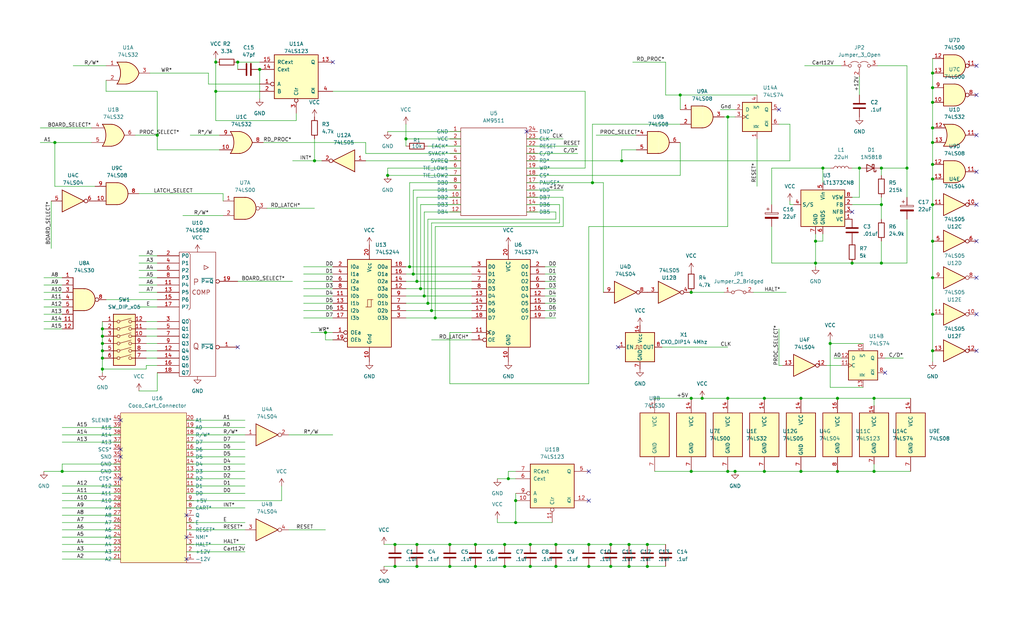
<source format=kicad_sch>
(kicad_sch (version 20211123) (generator eeschema)
  (paper "USLegal")
  (junction (at 35.56 128.27))
  (junction (at 283.21 83.82))
  (junction (at 252.73 163.83))
  (junction (at 288.29 119.38))
  (junction (at 143.51 95.25))
  (junction (at 175.26 196.85))
  (junction (at 243.84 138.43))
  (junction (at 295.91 91.44))
  (junction (at 179.07 181.61))
  (junction (at 290.83 138.43))
  (junction (at 306.07 91.44))
  (junction (at 314.96 58.42))
  (junction (at 240.03 138.43))
  (junction (at 306.07 71.12))
  (junction (at 290.83 163.83))
  (junction (at 35.56 116.84))
  (junction (at 179.07 173.99))
  (junction (at 298.45 58.42))
  (junction (at 137.16 196.85))
  (junction (at 148.59 105.41))
  (junction (at 323.85 71.12))
  (junction (at 283.21 91.44))
  (junction (at 323.85 57.15))
  (junction (at 323.85 109.22))
  (junction (at 236.22 33.02))
  (junction (at 140.97 48.26))
  (junction (at 212.09 196.85))
  (junction (at 224.79 196.85))
  (junction (at 144.78 196.85))
  (junction (at 149.86 107.95))
  (junction (at 109.22 55.88))
  (junction (at 323.85 83.82))
  (junction (at 215.9 55.88))
  (junction (at 142.24 92.71))
  (junction (at 255.27 163.83))
  (junction (at 218.44 189.23))
  (junction (at 323.85 30.48))
  (junction (at 147.32 102.87))
  (junction (at 323.85 49.53))
  (junction (at 265.43 138.43))
  (junction (at 278.13 138.43))
  (junction (at 165.1 196.85))
  (junction (at 184.15 196.85))
  (junction (at 218.44 196.85))
  (junction (at 144.78 189.23))
  (junction (at 240.03 163.83))
  (junction (at 54.61 46.99))
  (junction (at 204.47 196.85))
  (junction (at 82.55 21.59))
  (junction (at 176.53 166.37))
  (junction (at 165.1 189.23))
  (junction (at 184.15 189.23))
  (junction (at 146.05 100.33))
  (junction (at 323.85 62.23))
  (junction (at 156.21 189.23))
  (junction (at 35.56 121.92))
  (junction (at 175.26 189.23))
  (junction (at 323.85 96.52))
  (junction (at 265.43 163.83))
  (junction (at 323.85 35.56))
  (junction (at 205.74 63.5))
  (junction (at 224.79 189.23))
  (junction (at 193.04 196.85))
  (junction (at 252.73 138.43))
  (junction (at 323.85 44.45))
  (junction (at 137.16 189.23))
  (junction (at 156.21 196.85))
  (junction (at 35.56 119.38))
  (junction (at 204.47 189.23))
  (junction (at 278.13 163.83))
  (junction (at 144.78 97.79))
  (junction (at 35.56 114.3))
  (junction (at 285.75 58.42))
  (junction (at 323.85 25.4))
  (junction (at 212.09 189.23))
  (junction (at 74.93 31.75))
  (junction (at 252.73 40.64))
  (junction (at 113.03 115.57))
  (junction (at 323.85 121.92))
  (junction (at 90.17 24.13))
  (junction (at 303.53 138.43))
  (junction (at 19.05 49.53))
  (junction (at 151.13 110.49))
  (junction (at 306.07 58.42))
  (junction (at 134.62 60.96))
  (junction (at 74.93 21.59))
  (junction (at 193.04 189.23))
  (junction (at 35.56 124.46))
  (junction (at 21.59 163.83))
  (junction (at 303.53 163.83))
  (junction (at 240.03 101.6))
  (no_connect (at 339.09 59.69))
  (no_connect (at 82.55 120.65))
  (no_connect (at 214.63 120.65))
  (no_connect (at 339.09 109.22))
  (no_connect (at 339.09 46.99))
  (no_connect (at 41.91 158.75))
  (no_connect (at 339.09 71.12))
  (no_connect (at 64.77 194.31))
  (no_connect (at 339.09 33.02))
  (no_connect (at 270.51 38.1))
  (no_connect (at 64.77 186.69))
  (no_connect (at 64.77 179.07))
  (no_connect (at 41.91 166.37))
  (no_connect (at 41.91 146.05))
  (no_connect (at 115.57 21.59))
  (no_connect (at 204.47 163.83))
  (no_connect (at 295.91 73.66))
  (no_connect (at 339.09 96.52))
  (no_connect (at 339.09 83.82))
  (no_connect (at 182.88 45.72))
  (no_connect (at 41.91 156.21))
  (no_connect (at 204.47 173.99))
  (no_connect (at 339.09 121.92))
  (no_connect (at 339.09 22.86))
  (no_connect (at 307.34 129.54))
  (wire (pts (xy 323.85 62.23) (xy 323.85 71.12)))
  (wire (pts (xy 323.85 57.15) (xy 323.85 62.23)))
  (wire (pts (xy 21.59 161.29) (xy 41.91 161.29)))
  (wire (pts (xy 271.78 127) (xy 270.51 127)))
  (wire (pts (xy 323.85 83.82) (xy 323.85 96.52)))
  (wire (pts (xy 289.56 124.46) (xy 292.1 124.46)))
  (wire (pts (xy 270.51 43.18) (xy 274.32 43.18)))
  (wire (pts (xy 21.59 163.83) (xy 41.91 163.83)))
  (wire (pts (xy 142.24 92.71) (xy 163.83 92.71)))
  (wire (pts (xy 105.41 95.25) (xy 115.57 95.25)))
  (wire (pts (xy 64.77 171.45) (xy 85.09 171.45)))
  (wire (pts (xy 218.44 196.85) (xy 224.79 196.85)))
  (wire (pts (xy 148.59 50.8) (xy 160.02 50.8)))
  (wire (pts (xy 48.26 106.68) (xy 54.61 106.68)))
  (wire (pts (xy 156.21 133.35) (xy 156.21 115.57)))
  (wire (pts (xy 148.59 76.2) (xy 148.59 105.41)))
  (wire (pts (xy 15.24 163.83) (xy 21.59 163.83)))
  (wire (pts (xy 105.41 105.41) (xy 115.57 105.41)))
  (wire (pts (xy 21.59 176.53) (xy 41.91 176.53)))
  (wire (pts (xy 265.43 138.43) (xy 278.13 138.43)))
  (wire (pts (xy 149.86 77.47) (xy 194.31 77.47)))
  (wire (pts (xy 240.03 138.43) (xy 243.84 138.43)))
  (wire (pts (xy 109.22 55.88) (xy 111.76 55.88)))
  (wire (pts (xy 36.83 31.75) (xy 54.61 31.75)))
  (wire (pts (xy 283.21 91.44) (xy 283.21 92.71)))
  (wire (pts (xy 48.26 99.06) (xy 54.61 99.06)))
  (wire (pts (xy 189.23 95.25) (xy 193.04 95.25)))
  (wire (pts (xy 184.15 189.23) (xy 193.04 189.23)))
  (wire (pts (xy 193.04 73.66) (xy 193.04 76.2)))
  (wire (pts (xy 21.59 179.07) (xy 41.91 179.07)))
  (wire (pts (xy 172.72 181.61) (xy 179.07 181.61)))
  (wire (pts (xy 137.16 196.85) (xy 144.78 196.85)))
  (wire (pts (xy 182.88 53.34) (xy 200.66 53.34)))
  (wire (pts (xy 36.83 27.94) (xy 36.83 31.75)))
  (wire (pts (xy 137.16 189.23) (xy 133.35 189.23)))
  (wire (pts (xy 144.78 196.85) (xy 156.21 196.85)))
  (wire (pts (xy 66.04 46.99) (xy 76.2 46.99)))
  (wire (pts (xy 236.22 60.96) (xy 236.22 49.53)))
  (wire (pts (xy 182.88 66.04) (xy 195.58 66.04)))
  (wire (pts (xy 290.83 163.83) (xy 303.53 163.83)))
  (wire (pts (xy 15.24 106.68) (xy 21.59 106.68)))
  (wire (pts (xy 283.21 83.82) (xy 285.75 83.82)))
  (wire (pts (xy 50.8 114.3) (xy 54.61 114.3)))
  (wire (pts (xy 204.47 78.74) (xy 204.47 133.35)))
  (wire (pts (xy 143.51 66.04) (xy 143.51 95.25)))
  (wire (pts (xy 193.04 196.85) (xy 204.47 196.85)))
  (wire (pts (xy 54.61 127) (xy 50.8 127)))
  (wire (pts (xy 189.23 107.95) (xy 193.04 107.95)))
  (wire (pts (xy 127 49.53) (xy 91.44 49.53)))
  (wire (pts (xy 21.59 173.99) (xy 41.91 173.99)))
  (wire (pts (xy 64.77 173.99) (xy 97.79 173.99)))
  (wire (pts (xy 21.59 191.77) (xy 41.91 191.77)))
  (wire (pts (xy 146.05 71.12) (xy 160.02 71.12)))
  (wire (pts (xy 63.5 74.93) (xy 77.47 74.93)))
  (wire (pts (xy 13.97 44.45) (xy 31.75 44.45)))
  (wire (pts (xy 64.77 166.37) (xy 85.09 166.37)))
  (wire (pts (xy 283.21 91.44) (xy 295.91 91.44)))
  (wire (pts (xy 113.03 115.57) (xy 115.57 115.57)))
  (wire (pts (xy 182.88 63.5) (xy 205.74 63.5)))
  (wire (pts (xy 303.53 163.83) (xy 316.23 163.83)))
  (wire (pts (xy 267.97 91.44) (xy 283.21 91.44)))
  (wire (pts (xy 50.8 116.84) (xy 54.61 116.84)))
  (wire (pts (xy 306.07 71.12) (xy 306.07 76.2)))
  (wire (pts (xy 64.77 156.21) (xy 85.09 156.21)))
  (wire (pts (xy 36.83 104.14) (xy 54.61 104.14)))
  (wire (pts (xy 261.62 101.6) (xy 273.05 101.6)))
  (wire (pts (xy 35.56 128.27) (xy 35.56 129.54)))
  (wire (pts (xy 252.73 138.43) (xy 265.43 138.43)))
  (wire (pts (xy 35.56 124.46) (xy 35.56 128.27)))
  (wire (pts (xy 182.88 48.26) (xy 195.58 48.26)))
  (wire (pts (xy 134.62 58.42) (xy 134.62 60.96)))
  (wire (pts (xy 189.23 92.71) (xy 193.04 92.71)))
  (wire (pts (xy 107.95 115.57) (xy 113.03 115.57)))
  (wire (pts (xy 215.9 55.88) (xy 274.32 55.88)))
  (wire (pts (xy 151.13 110.49) (xy 163.83 110.49)))
  (wire (pts (xy 176.53 163.83) (xy 176.53 166.37)))
  (wire (pts (xy 299.72 119.38) (xy 288.29 119.38)))
  (wire (pts (xy 82.55 21.59) (xy 90.17 21.59)))
  (wire (pts (xy 323.85 71.12) (xy 323.85 83.82)))
  (wire (pts (xy 151.13 78.74) (xy 151.13 110.49)))
  (wire (pts (xy 21.59 153.67) (xy 41.91 153.67)))
  (wire (pts (xy 74.93 31.75) (xy 74.93 21.59)))
  (wire (pts (xy 35.56 111.76) (xy 35.56 114.3)))
  (wire (pts (xy 15.24 114.3) (xy 21.59 114.3)))
  (wire (pts (xy 194.31 77.47) (xy 194.31 71.12)))
  (wire (pts (xy 64.77 153.67) (xy 85.09 153.67)))
  (wire (pts (xy 240.03 101.6) (xy 251.46 101.6)))
  (wire (pts (xy 35.56 128.27) (xy 50.8 128.27)))
  (wire (pts (xy 204.47 196.85) (xy 212.09 196.85)))
  (wire (pts (xy 184.15 196.85) (xy 193.04 196.85)))
  (wire (pts (xy 64.77 184.15) (xy 85.09 184.15)))
  (wire (pts (xy 270.51 114.3) (xy 270.51 127)))
  (wire (pts (xy 137.16 196.85) (xy 133.35 196.85)))
  (wire (pts (xy 323.85 121.92) (xy 323.85 125.73)))
  (wire (pts (xy 314.96 58.42) (xy 314.96 68.58)))
  (wire (pts (xy 140.97 100.33) (xy 146.05 100.33)))
  (wire (pts (xy 147.32 73.66) (xy 147.32 102.87)))
  (wire (pts (xy 323.85 35.56) (xy 323.85 44.45)))
  (wire (pts (xy 77.47 67.31) (xy 48.26 67.31)))
  (wire (pts (xy 21.59 189.23) (xy 41.91 189.23)))
  (wire (pts (xy 15.24 104.14) (xy 21.59 104.14)))
  (wire (pts (xy 35.56 116.84) (xy 35.56 119.38)))
  (wire (pts (xy 267.97 58.42) (xy 285.75 58.42)))
  (wire (pts (xy 142.24 63.5) (xy 142.24 92.71)))
  (wire (pts (xy 101.6 55.88) (xy 109.22 55.88)))
  (wire (pts (xy 262.89 48.26) (xy 262.89 64.77)))
  (wire (pts (xy 127 55.88) (xy 160.02 55.88)))
  (wire (pts (xy 323.85 44.45) (xy 323.85 49.53)))
  (wire (pts (xy 278.13 163.83) (xy 290.83 163.83)))
  (wire (pts (xy 207.01 46.99) (xy 220.98 46.99)))
  (wire (pts (xy 255.27 163.83) (xy 265.43 163.83)))
  (wire (pts (xy 19.05 49.53) (xy 31.75 49.53)))
  (wire (pts (xy 175.26 196.85) (xy 184.15 196.85)))
  (wire (pts (xy 140.97 92.71) (xy 142.24 92.71)))
  (wire (pts (xy 295.91 68.58) (xy 298.45 68.58)))
  (wire (pts (xy 306.07 68.58) (xy 306.07 71.12)))
  (wire (pts (xy 72.39 29.21) (xy 72.39 25.4)))
  (wire (pts (xy 182.88 71.12) (xy 194.31 71.12)))
  (wire (pts (xy 140.97 48.26) (xy 140.97 43.18)))
  (wire (pts (xy 140.97 110.49) (xy 151.13 110.49)))
  (wire (pts (xy 182.88 50.8) (xy 200.66 50.8)))
  (wire (pts (xy 203.2 31.75) (xy 203.2 58.42)))
  (wire (pts (xy 19.05 64.77) (xy 19.05 49.53)))
  (wire (pts (xy 290.83 138.43) (xy 303.53 138.43)))
  (wire (pts (xy 15.24 99.06) (xy 21.59 99.06)))
  (wire (pts (xy 252.73 78.74) (xy 204.47 78.74)))
  (wire (pts (xy 64.77 158.75) (xy 85.09 158.75)))
  (wire (pts (xy 314.96 76.2) (xy 314.96 91.44)))
  (wire (pts (xy 189.23 105.41) (xy 193.04 105.41)))
  (wire (pts (xy 64.77 168.91) (xy 85.09 168.91)))
  (wire (pts (xy 278.13 138.43) (xy 290.83 138.43)))
  (wire (pts (xy 54.61 129.54) (xy 54.61 135.89)))
  (wire (pts (xy 140.97 107.95) (xy 149.86 107.95)))
  (wire (pts (xy 64.77 191.77) (xy 85.09 191.77)))
  (wire (pts (xy 175.26 189.23) (xy 184.15 189.23)))
  (wire (pts (xy 295.91 91.44) (xy 306.07 91.44)))
  (wire (pts (xy 314.96 91.44) (xy 306.07 91.44)))
  (wire (pts (xy 147.32 102.87) (xy 163.83 102.87)))
  (wire (pts (xy 179.07 173.99) (xy 179.07 171.45)))
  (wire (pts (xy 134.62 60.96) (xy 160.02 60.96)))
  (wire (pts (xy 48.26 93.98) (xy 54.61 93.98)))
  (wire (pts (xy 115.57 118.11) (xy 113.03 118.11)))
  (wire (pts (xy 156.21 189.23) (xy 165.1 189.23)))
  (wire (pts (xy 134.62 45.72) (xy 160.02 45.72)))
  (wire (pts (xy 102.87 41.91) (xy 102.87 39.37)))
  (wire (pts (xy 191.77 181.61) (xy 179.07 181.61)))
  (wire (pts (xy 50.8 124.46) (xy 54.61 124.46)))
  (wire (pts (xy 143.51 95.25) (xy 163.83 95.25)))
  (wire (pts (xy 251.46 40.64) (xy 252.73 40.64)))
  (wire (pts (xy 21.59 148.59) (xy 41.91 148.59)))
  (wire (pts (xy 193.04 189.23) (xy 204.47 189.23)))
  (wire (pts (xy 283.21 81.28) (xy 283.21 83.82)))
  (wire (pts (xy 243.84 138.43) (xy 252.73 138.43)))
  (wire (pts (xy 267.97 71.12) (xy 267.97 58.42)))
  (wire (pts (xy 109.22 48.26) (xy 109.22 55.88)))
  (wire (pts (xy 163.83 118.11) (xy 149.86 118.11)))
  (wire (pts (xy 314.96 58.42) (xy 314.96 22.86)))
  (wire (pts (xy 100.33 151.13) (xy 115.57 151.13)))
  (wire (pts (xy 298.45 58.42) (xy 295.91 58.42)))
  (wire (pts (xy 219.71 21.59) (xy 231.14 21.59)))
  (wire (pts (xy 146.05 71.12) (xy 146.05 100.33)))
  (wire (pts (xy 314.96 22.86) (xy 304.8 22.86)))
  (wire (pts (xy 307.34 124.46) (xy 313.69 124.46)))
  (wire (pts (xy 182.88 68.58) (xy 195.58 68.58)))
  (wire (pts (xy 231.14 33.02) (xy 231.14 21.59)))
  (wire (pts (xy 105.41 97.79) (xy 115.57 97.79)))
  (wire (pts (xy 134.62 58.42) (xy 160.02 58.42)))
  (wire (pts (xy 21.59 161.29) (xy 21.59 163.83)))
  (wire (pts (xy 236.22 38.1) (xy 236.22 33.02)))
  (wire (pts (xy 179.07 181.61) (xy 179.07 173.99)))
  (wire (pts (xy 64.77 151.13) (xy 85.09 151.13)))
  (wire (pts (xy 323.85 20.32) (xy 323.85 25.4)))
  (wire (pts (xy 140.97 48.26) (xy 160.02 48.26)))
  (wire (pts (xy 102.87 41.91) (xy 74.93 41.91)))
  (wire (pts (xy 240.03 163.83) (xy 252.73 163.83)))
  (wire (pts (xy 209.55 63.5) (xy 209.55 101.6)))
  (wire (pts (xy 151.13 78.74) (xy 195.58 78.74)))
  (wire (pts (xy 54.61 31.75) (xy 54.61 46.99)))
  (wire (pts (xy 105.41 110.49) (xy 115.57 110.49)))
  (wire (pts (xy 279.4 22.86) (xy 292.1 22.86)))
  (wire (pts (xy 64.77 163.83) (xy 85.09 163.83)))
  (wire (pts (xy 165.1 189.23) (xy 175.26 189.23)))
  (wire (pts (xy 227.33 163.83) (xy 240.03 163.83)))
  (wire (pts (xy 205.74 43.18) (xy 205.74 63.5)))
  (wire (pts (xy 105.41 100.33) (xy 115.57 100.33)))
  (wire (pts (xy 288.29 58.42) (xy 285.75 58.42)))
  (wire (pts (xy 156.21 115.57) (xy 163.83 115.57)))
  (wire (pts (xy 144.78 68.58) (xy 160.02 68.58)))
  (wire (pts (xy 127 53.34) (xy 160.02 53.34)))
  (wire (pts (xy 195.58 68.58) (xy 195.58 78.74)))
  (wire (pts (xy 15.24 96.52) (xy 21.59 96.52)))
  (wire (pts (xy 189.23 100.33) (xy 193.04 100.33)))
  (wire (pts (xy 323.85 49.53) (xy 323.85 57.15)))
  (wire (pts (xy 48.26 88.9) (xy 54.61 88.9)))
  (wire (pts (xy 252.73 40.64) (xy 255.27 40.64)))
  (wire (pts (xy 54.61 52.07) (xy 54.61 46.99)))
  (wire (pts (xy 82.55 21.59) (xy 82.55 24.13)))
  (wire (pts (xy 74.93 31.75) (xy 90.17 31.75)))
  (wire (pts (xy 82.55 97.79) (xy 101.6 97.79)))
  (wire (pts (xy 303.53 138.43) (xy 303.53 140.97)))
  (wire (pts (xy 298.45 26.67) (xy 298.45 33.02)))
  (wire (pts (xy 100.33 184.15) (xy 113.03 184.15)))
  (wire (pts (xy 306.07 60.96) (xy 306.07 58.42)))
  (wire (pts (xy 74.93 31.75) (xy 74.93 41.91)))
  (wire (pts (xy 15.24 111.76) (xy 21.59 111.76)))
  (wire (pts (xy 52.07 25.4) (xy 72.39 25.4)))
  (wire (pts (xy 142.24 63.5) (xy 160.02 63.5)))
  (wire (pts (xy 267.97 78.74) (xy 267.97 91.44)))
  (wire (pts (xy 323.85 96.52) (xy 323.85 109.22)))
  (wire (pts (xy 48.26 91.44) (xy 54.61 91.44)))
  (wire (pts (xy 224.79 196.85) (xy 231.14 196.85)))
  (wire (pts (xy 229.87 120.65) (xy 252.73 120.65)))
  (wire (pts (xy 156.21 133.35) (xy 204.47 133.35)))
  (wire (pts (xy 274.32 71.12) (xy 275.59 71.12)))
  (wire (pts (xy 105.41 92.71) (xy 115.57 92.71)))
  (wire (pts (xy 299.72 134.62) (xy 288.29 134.62)))
  (wire (pts (xy 140.97 105.41) (xy 148.59 105.41)))
  (wire (pts (xy 288.29 119.38) (xy 288.29 118.11)))
  (wire (pts (xy 147.32 73.66) (xy 160.02 73.66)))
  (wire (pts (xy 306.07 71.12) (xy 295.91 71.12)))
  (wire (pts (xy 182.88 73.66) (xy 193.04 73.66)))
  (wire (pts (xy 21.59 184.15) (xy 41.91 184.15)))
  (wire (pts (xy 35.56 114.3) (xy 35.56 116.84)))
  (wire (pts (xy 92.71 72.39) (xy 109.22 72.39)))
  (wire (pts (xy 189.23 102.87) (xy 193.04 102.87)))
  (wire (pts (xy 97.79 173.99) (xy 97.79 168.91)))
  (wire (pts (xy 115.57 31.75) (xy 203.2 31.75)))
  (wire (pts (xy 209.55 63.5) (xy 205.74 63.5)))
  (wire (pts (xy 48.26 96.52) (xy 54.61 96.52)))
  (wire (pts (xy 21.59 194.31) (xy 41.91 194.31)))
  (wire (pts (xy 13.97 49.53) (xy 19.05 49.53)))
  (wire (pts (xy 172.72 180.34) (xy 172.72 181.61)))
  (wire (pts (xy 218.44 189.23) (xy 224.79 189.23)))
  (wire (pts (xy 149.86 107.95) (xy 149.86 77.47)))
  (wire (pts (xy 21.59 168.91) (xy 41.91 168.91)))
  (wire (pts (xy 274.32 43.18) (xy 274.32 55.88)))
  (wire (pts (xy 64.77 148.59) (xy 85.09 148.59)))
  (wire (pts (xy 323.85 109.22) (xy 323.85 121.92)))
  (wire (pts (xy 140.97 95.25) (xy 143.51 95.25)))
  (wire (pts (xy 33.02 64.77) (xy 19.05 64.77)))
  (wire (pts (xy 231.14 33.02) (xy 236.22 33.02)))
  (wire (pts (xy 54.61 135.89) (xy 48.26 135.89)))
  (wire (pts (xy 306.07 83.82) (xy 306.07 91.44)))
  (wire (pts (xy 227.33 138.43) (xy 240.03 138.43)))
  (wire (pts (xy 205.74 43.18) (xy 236.22 43.18)))
  (wire (pts (xy 252.73 163.83) (xy 255.27 163.83)))
  (wire (pts (xy 148.59 105.41) (xy 163.83 105.41)))
  (wire (pts (xy 252.73 40.64) (xy 252.73 78.74)))
  (wire (pts (xy 250.19 38.1) (xy 255.27 38.1)))
  (wire (pts (xy 105.41 102.87) (xy 115.57 102.87)))
  (wire (pts (xy 189.23 110.49) (xy 193.04 110.49)))
  (wire (pts (xy 179.07 163.83) (xy 176.53 163.83)))
  (wire (pts (xy 306.07 58.42) (xy 314.96 58.42)))
  (wire (pts (xy 137.16 189.23) (xy 144.78 189.23)))
  (wire (pts (xy 15.24 101.6) (xy 21.59 101.6)))
  (wire (pts (xy 143.51 66.04) (xy 160.02 66.04)))
  (wire (pts (xy 54.61 52.07) (xy 76.2 52.07)))
  (wire (pts (xy 127 53.34) (xy 127 49.53)))
  (wire (pts (xy 21.59 186.69) (xy 41.91 186.69)))
  (wire (pts (xy 298.45 68.58) (xy 298.45 58.42)))
  (wire (pts (xy 274.32 69.85) (xy 274.32 71.12)))
  (wire (pts (xy 72.39 29.21) (xy 90.17 29.21)))
  (wire (pts (xy 215.9 52.07) (xy 220.98 52.07)))
  (wire (pts (xy 215.9 52.07) (xy 215.9 55.88)))
  (wire (pts (xy 64.77 146.05) (xy 85.09 146.05)))
  (wire (pts (xy 113.03 118.11) (xy 113.03 115.57)))
  (wire (pts (xy 146.05 100.33) (xy 163.83 100.33)))
  (wire (pts (xy 35.56 119.38) (xy 35.56 121.92)))
  (wire (pts (xy 212.09 189.23) (xy 218.44 189.23)))
  (wire (pts (xy 35.56 121.92) (xy 35.56 124.46)))
  (wire (pts (xy 50.8 121.92) (xy 54.61 121.92)))
  (wire (pts (xy 48.26 101.6) (xy 54.61 101.6)))
  (wire (pts (xy 21.59 151.13) (xy 41.91 151.13)))
  (wire (pts (xy 46.99 46.99) (xy 54.61 46.99)))
  (wire (pts (xy 182.88 58.42) (xy 203.2 58.42)))
  (wire (pts (xy 64.77 189.23) (xy 85.09 189.23)))
  (wire (pts (xy 204.47 189.23) (xy 212.09 189.23)))
  (wire (pts (xy 172.72 166.37) (xy 176.53 166.37)))
  (wire (pts (xy 212.09 196.85) (xy 218.44 196.85)))
  (wire (pts (xy 285.75 81.28) (xy 285.75 83.82)))
  (wire (pts (xy 77.47 67.31) (xy 77.47 69.85)))
  (wire (pts (xy 236.22 33.02) (xy 262.89 33.02)))
  (wire (pts (xy 21.59 171.45) (xy 41.91 171.45)))
  (wire (pts (xy 323.85 30.48) (xy 323.85 35.56)))
  (wire (pts (xy 50.8 111.76) (xy 54.61 111.76)))
  (wire (pts (xy 193.04 76.2) (xy 148.59 76.2)))
  (wire (pts (xy 285.75 58.42) (xy 285.75 63.5)))
  (wire (pts (xy 149.86 107.95) (xy 163.83 107.95)))
  (wire (pts (xy 140.97 97.79) (xy 144.78 97.79)))
  (wire (pts (xy 182.88 55.88) (xy 215.9 55.88)))
  (wire (pts (xy 144.78 97.79) (xy 163.83 97.79)))
  (wire (pts (xy 21.59 181.61) (xy 41.91 181.61)))
  (wire (pts (xy 144.78 189.23) (xy 156.21 189.23)))
  (wire (pts (xy 36.83 22.86) (xy 25.4 22.86)))
  (wire (pts (xy 287.02 127) (xy 292.1 127)))
  (wire (pts (xy 156.21 196.85) (xy 165.1 196.85)))
  (wire (pts (xy 265.43 163.83) (xy 278.13 163.83)))
  (wire (pts (xy 64.77 161.29) (xy 85.09 161.29)))
  (wire (pts (xy 144.78 68.58) (xy 144.78 97.79)))
  (wire (pts (xy 64.77 181.61) (xy 85.09 181.61)))
  (wire (pts (xy 105.41 107.95) (xy 115.57 107.95)))
  (wire (pts (xy 15.24 109.22) (xy 21.59 109.22)))
  (wire (pts (xy 50.8 127) (xy 50.8 128.27)))
  (wire (pts (xy 140.97 48.26) (xy 140.97 50.8)))
  (wire (pts (xy 224.79 189.23) (xy 231.14 189.23)))
  (wire (pts (xy 90.17 24.13) (xy 90.17 34.29)))
  (wire (pts (xy 165.1 196.85) (xy 175.26 196.85)))
  (wire (pts (xy 323.85 25.4) (xy 323.85 30.48)))
  (wire (pts (xy 182.88 60.96) (xy 236.22 60.96)))
  (wire (pts (xy 283.21 83.82) (xy 283.21 91.44)))
  (wire (pts (xy 74.93 20.32) (xy 74.93 21.59)))
  (wire (pts (xy 64.77 176.53) (xy 85.09 176.53)))
  (wire (pts (xy 303.53 138.43) (xy 316.23 138.43)))
  (wire (pts (xy 140.97 102.87) (xy 147.32 102.87)))
  (wire (pts (xy 303.53 161.29) (xy 303.53 163.83)))
  (wire (pts (xy 176.53 166.37) (xy 179.07 166.37)))
  (wire (pts (xy 50.8 119.38) (xy 54.61 119.38)))
  (wire (pts (xy 189.23 97.79) (xy 193.04 97.79)))
  (wire (pts (xy 17.78 86.36) (xy 17.78 69.85)))
  (wire (pts (xy 288.29 134.62) (xy 288.29 119.38)))
  (label "A13" (at 26.67 153.67 0))
  (label "D2" (at 77.47 166.37 0))
  (label "D5" (at 113.03 105.41 0))
  (label "D2" (at 113.03 97.79 0))
  (label "RD_LATCH*" (at 152.4 118.11 0))
  (label "CLK" (at 250.19 120.65 0))
  (label "A2" (at 50.8 88.9 0))
  (label "INT*" (at 104.14 55.88 0))
  (label "D1" (at 190.5 95.25 0))
  (label "RESET*" (at 77.47 184.15 0))
  (label "R*{slash}W" (at 68.58 46.99 0))
  (label "D7" (at 113.03 110.49 0))
  (label "A12" (at 26.67 168.91 0))
  (label "A6" (at 50.8 99.06 0))
  (label "D3" (at 77.47 163.83 0))
  (label "D0" (at 77.47 171.45 0))
  (label "A7" (at 50.8 101.6 0))
  (label "D5" (at 77.47 158.75 0))
  (label "A11" (at 17.78 104.14 0))
  (label "A5" (at 26.67 186.69 0))
  (label "A1" (at 77.47 146.05 0))
  (label "A0" (at 77.47 148.59 0))
  (label "D1" (at 113.03 95.25 0))
  (label "D0" (at 190.5 92.71 0))
  (label "R*{slash}W" (at 105.41 151.13 0))
  (label "D3" (at 113.03 100.33 0))
  (label "A7" (at 26.67 181.61 0))
  (label "A15" (at 26.67 148.59 0))
  (label "BOARD_SELECT*" (at 83.82 97.79 0))
  (label "E" (at 50.8 106.68 0))
  (label "A8" (at 26.67 179.07 0))
  (label "R{slash}W*" (at 77.47 151.13 0))
  (label "+5V" (at 234.95 138.43 0))
  (label "A8" (at 17.78 96.52 0))
  (label "LATCH_SELECT" (at 53.34 67.31 0))
  (label "WR*" (at 110.49 115.57 0))
  (label "BOARD_SELECT*" (at 17.78 85.09 90))
  (label "RD_LATCH*" (at 93.98 72.39 0))
  (label "A6" (at 26.67 184.15 0))
  (label "A5" (at 50.8 96.52 0))
  (label "A10" (at 17.78 101.6 0))
  (label "PROC_SELECT*" (at 270.51 127 90))
  (label "HALT*" (at 265.43 101.6 0))
  (label "HALT*" (at 77.47 189.23 0))
  (label "D4" (at 190.5 102.87 0))
  (label "A9" (at 17.78 99.06 0))
  (label "A3" (at 50.8 91.44 0))
  (label "RD_PROC*" (at 91.44 49.53 0))
  (label "A2" (at 26.67 194.31 0))
  (label "D2" (at 190.5 97.79 0))
  (label "A10" (at 26.67 173.99 0))
  (label "A1" (at 15.24 49.53 0))
  (label "D3" (at 190.5 100.33 0))
  (label "D0" (at 113.03 92.71 0))
  (label "PROC_SELECT*" (at 48.26 46.99 0))
  (label "BOARD_SELECT*" (at 16.51 44.45 0))
  (label "A3" (at 26.67 191.77 0))
  (label "A9" (at 26.67 176.53 0))
  (label "RD_PROC*" (at 220.98 21.59 0))
  (label "CLK" (at 191.77 48.26 0))
  (label "+12V" (at 298.45 31.75 90))
  (label "C{slash}D*" (at 308.61 124.46 0))
  (label "A4" (at 50.8 93.98 0))
  (label "A0" (at 289.56 124.46 0))
  (label "D5" (at 190.5 105.41 0))
  (label "A15" (at 17.78 114.3 0))
  (label "A12" (at 17.78 106.68 0))
  (label "Gnd" (at 250.19 38.1 0))
  (label "RESET*" (at 262.89 63.5 90))
  (label "D4" (at 113.03 102.87 0))
  (label "E" (at 77.47 181.61 0))
  (label "RESET" (at 195.58 50.8 0))
  (label "PROC_SELECT*" (at 208.28 46.99 0))
  (label "A4" (at 26.67 189.23 0))
  (label "C{slash}D*" (at 195.58 53.34 0))
  (label "D6" (at 77.47 156.21 0))
  (label "+12V" (at 190.5 66.04 0))
  (label "A14" (at 17.78 111.76 0))
  (label "R{slash}W*" (at 29.21 22.86 0))
  (label "D6" (at 190.5 107.95 0))
  (label "R{slash}W*" (at 67.31 74.93 0))
  (label "D7" (at 190.5 110.49 0))
  (label "Cart12V" (at 281.94 22.86 0))
  (label "A11" (at 26.67 171.45 0))
  (label "RESET" (at 102.87 184.15 0))
  (label "INT*" (at 77.47 176.53 0))
  (label "Cart12V" (at 77.47 191.77 0))
  (label "WR*" (at 55.88 25.4 0))
  (label "D4" (at 77.47 161.29 0))
  (label "D7" (at 77.47 153.67 0))
  (label "A13" (at 17.78 109.22 0))
  (label "D6" (at 113.03 107.95 0))
  (label "A14" (at 26.67 151.13 0))
  (label "D1" (at 77.47 168.91 0))
  (symbol (lib_id "Device:R") (at 78.74 21.59 90) (unit 1)
    (property "Reference" "R2" (at 78.74 15.24 90))
    (property "Value" "3.3k" (at 78.74 17.78 90))
    (property "Footprint" "Resistor_THT:R_Axial_DIN0207_L6.3mm_D2.5mm_P7.62mm_Horizontal" (effects hide))
  )
  (symbol (lib_id "Device:R") (at 306.07 64.77 0) (unit 1)
    (property "Reference" "R5" (at 308.61 63.4999 0) (effects (justify left)))
    (property "Value" "215k" (at 308.61 66.0399 0) (effects (justify left)))
    (property "Footprint" "Resistor_THT:R_Axial_DIN0207_L6.3mm_D2.5mm_P7.62mm_Horizontal" (effects hide))
  )
  (symbol (lib_id "Device:C_Polarized") (at 267.97 74.93 0) (unit 1)
    (property "Reference" "C16" (at 271.78 72.7709 0) (effects (justify left)))
    (property "Value" "22uF" (at 271.78 75.3109 0) (effects (justify left)))
    (property "Footprint" "Capacitor_THT:CP_Radial_D6.3mm_P2.50mm" (effects hide))
  )
  (symbol (lib_id "74xx:74LS04") (at 25.4 69.85 0) (unit 3)
    (property "Reference" "U4" (at 25.4 60.96 0))
    (property "Value" "74LS04" (at 25.4 63.5 0))
    (property "Footprint" "Package_DIP:DIP-14_W7.62mm" (effects hide))
    (property "Datasheet" "http://www.ti.com/lit/gpn/sn74LS04" (effects hide))
  )
  (symbol (lib_id "power:VCC") (at 176.53 85.09 0) (unit 1)
    (property "Reference" "#PWR012" (effects hide))
    (property "Value" "VCC" (at 176.53 80.01 0))
  )
  (symbol (lib_id "Oscillator:CXO_DIP14") (at 222.25 120.65 0) (unit 1)
    (property "Reference" "X1" (at 237.49 116.3193 0))
    (property "Value" "CXO_DIP14 4Mhz" (at 237.49 118.8593 0))
    (property "Footprint" "Package_DIP:DIP-14_W7.62mm" (effects hide))
    (property "Datasheet" "http://cdn-reichelt.de/documents/datenblatt/B400/OSZI.pdf" (effects hide))
  )
  (symbol (lib_id "74xx:74LS00") (at 331.47 33.02 0) (unit 3)
    (property "Reference" "U7" (at 331.47 24.13 0))
    (property "Value" "74LS00" (at 331.47 26.67 0))
    (property "Footprint" "Package_DIP:DIP-14_W7.62mm" (effects hide))
    (property "Datasheet" "http://www.ti.com/lit/gpn/sn74ls00" (effects hide))
  )
  (symbol (lib_id "power:VCC") (at 172.72 180.34 0) (unit 1)
    (property "Reference" "#PWR0105" (effects hide))
    (property "Value" "VCC" (at 172.72 175.26 0))
  )
  (symbol (lib_id "74xx:74LS32") (at 39.37 46.99 0) (unit 2)
    (property "Reference" "U1" (at 39.37 38.1 0))
    (property "Value" "74LS32" (at 39.37 40.64 0))
    (property "Footprint" "Package_DIP:DIP-14_W7.62mm" (effects hide))
    (property "Datasheet" "http://www.ti.com/lit/gpn/sn74LS32" (effects hide))
  )
  (symbol (lib_id "74xx:74LS244") (at 128.27 105.41 0) (unit 1)
    (property "Reference" "U13" (at 130.2894 85.09 0) (effects (justify left)))
    (property "Value" "74LS244" (at 130.2894 87.63 0) (effects (justify left)))
    (property "Footprint" "Package_DIP:DIP-20_W7.62mm" (effects hide))
    (property "Datasheet" "http://www.ti.com/lit/ds/symlink/sn74ls244.pdf" (effects hide))
  )
  (symbol (lib_id "Device:R") (at 109.22 44.45 0) (unit 1)
    (property "Reference" "R3" (at 111.76 43.1799 0) (effects (justify left)))
    (property "Value" "4.7k" (at 111.76 45.7199 0) (effects (justify left)))
    (property "Footprint" "Resistor_THT:R_Axial_DIN0207_L6.3mm_D2.5mm_P7.62mm_Horizontal" (effects hide))
  )
  (symbol (lib_id "power:VCC") (at 240.03 93.98 0) (unit 1)
    (property "Reference" "#PWR0101" (effects hide))
    (property "Value" "VCC" (at 240.03 88.9 0))
  )
  (symbol (lib_id "power:GND") (at 176.53 125.73 0) (unit 1)
    (property "Reference" "#PWR013" (effects hide))
    (property "Value" "Gnd" (at 176.53 130.81 0))
  )
  (symbol (lib_id "power:GND") (at 323.85 125.73 0) (unit 1)
    (property "Reference" "#PWR0113" (effects hide))
    (property "Value" "Gnd" (at 323.85 130.81 0))
  )
  (symbol (lib_id "power:GND") (at 35.56 129.54 0) (unit 1)
    (property "Reference" "#PWR01" (effects hide))
    (property "Value" "GND" (at 35.56 134.62 0))
  )
  (symbol (lib_id "74xx:74LS04") (at 217.17 101.6 0) (unit 4)
    (property "Reference" "U4" (at 217.17 92.71 0))
    (property "Value" "74LS04" (at 217.17 95.25 0))
    (property "Footprint" "Package_DIP:DIP-14_W7.62mm" (effects hide))
    (property "Datasheet" "http://www.ti.com/lit/gpn/sn74LS04" (effects hide))
  )
  (symbol (lib_id "Coco:AM9511") (at 160.02 74.93 0) (unit 1)
    (property "Reference" "U5" (at 171.45 39.37 0))
    (property "Value" "AM9511" (at 171.45 41.91 0))
    (property "Footprint" "Package_DIP:DIP-24_W15.24mm" (effects hide))
  )
  (symbol (lib_id "Device:C") (at 86.36 24.13 90) (unit 1)
    (property "Reference" "C15" (at 86.36 16.51 90))
    (property "Value" "47pf" (at 86.36 19.05 90))
    (property "Footprint" "Capacitor_THT:C_Axial_L3.8mm_D2.6mm_P7.50mm_Horizontal" (effects hide))
  )
  (symbol (lib_id "power:GND") (at 128.27 125.73 0) (unit 1)
    (property "Reference" "#PWR08" (effects hide))
    (property "Value" "Gnd" (at 128.27 130.81 0))
  )
  (symbol (lib_id "Device:C") (at 193.04 193.04 0) (unit 1)
    (property "Reference" "C9" (at 196.85 191.7699 0) (effects (justify left)))
    (property "Value" ".1uf" (at 196.85 194.3099 0) (effects (justify left)))
    (property "Footprint" "Capacitor_THT:C_Axial_L3.8mm_D2.6mm_P7.50mm_Horizontal" (effects hide))
  )
  (symbol (lib_id "Device:C") (at 137.16 193.04 0) (unit 1)
    (property "Reference" "C1" (at 140.97 191.7699 0) (effects (justify left)))
    (property "Value" ".1uf" (at 140.97 194.3099 0) (effects (justify left)))
    (property "Footprint" "Capacitor_THT:C_Axial_L3.8mm_D2.6mm_P7.50mm_Horizontal" (effects hide))
  )
  (symbol (lib_id "power:VCC") (at 222.25 113.03 0) (unit 1)
    (property "Reference" "#PWR014" (effects hide))
    (property "Value" "VCC" (at 222.25 107.95 0))
  )
  (symbol (lib_id "power:GND") (at 90.17 34.29 0) (unit 1)
    (property "Reference" "#PWR05" (effects hide))
    (property "Value" "Gnd" (at 90.17 39.37 0))
  )
  (symbol (lib_id "74xx:74LS08") (at 40.64 67.31 0) (unit 3)
    (property "Reference" "U9" (at 40.64 58.42 0))
    (property "Value" "74LS08" (at 40.64 60.96 0))
    (property "Footprint" "Package_DIP:DIP-14_W7.62mm" (effects hide))
    (property "Datasheet" "http://www.ti.com/lit/gpn/sn74LS08" (effects hide))
  )
  (symbol (lib_id "power:GND") (at 298.45 40.64 0) (unit 1)
    (property "Reference" "#PWR0110" (effects hide))
    (property "Value" "GND" (at 298.45 45.72 0))
  )
  (symbol (lib_id "Device:R") (at 306.07 80.01 0) (unit 1)
    (property "Reference" "R6" (at 308.61 78.7399 0) (effects (justify left)))
    (property "Value" "24.9k" (at 308.61 81.2799 0) (effects (justify left)))
    (property "Footprint" "Resistor_THT:R_Axial_DIN0207_L6.3mm_D2.5mm_P7.62mm_Horizontal" (effects hide))
  )
  (symbol (lib_id "Device:C") (at 184.15 193.04 0) (unit 1)
    (property "Reference" "C8" (at 187.96 191.7699 0) (effects (justify left)))
    (property "Value" ".1uf" (at 187.96 194.3099 0) (effects (justify left)))
    (property "Footprint" "Capacitor_THT:C_Axial_L3.8mm_D2.6mm_P7.50mm_Horizontal" (effects hide))
  )
  (symbol (lib_id "power:VCC") (at 133.35 189.23 0) (unit 1)
    (property "Reference" "#PWR09" (effects hide))
    (property "Value" "VCC" (at 133.35 184.15 0))
  )
  (symbol (lib_id "power:+5V") (at 68.58 87.63 0) (unit 1)
    (property "Reference" "#PWR02" (effects hide))
    (property "Value" "VCC" (at 68.58 82.55 0))
  )
  (symbol (lib_id "74xx:74LS08") (at 331.47 59.69 0) (unit 4)
    (property "Reference" "U9" (at 331.47 50.8 0))
    (property "Value" "74LS08" (at 331.47 53.34 0))
    (property "Footprint" "Package_DIP:DIP-14_W7.62mm" (effects hide))
    (property "Datasheet" "http://www.ti.com/lit/gpn/sn74LS08" (effects hide))
  )
  (symbol (lib_id "Device:C") (at 175.26 193.04 0) (unit 1)
    (property "Reference" "C7" (at 179.07 191.7699 0) (effects (justify left)))
    (property "Value" ".1uf" (at 179.07 194.3099 0) (effects (justify left)))
    (property "Footprint" "Capacitor_THT:C_Axial_L3.8mm_D2.6mm_P7.50mm_Horizontal" (effects hide))
  )
  (symbol (lib_id "74xx:74LS04") (at 92.71 151.13 0) (unit 1)
    (property "Reference" "U4" (at 92.71 142.24 0))
    (property "Value" "74LS04" (at 92.71 144.78 0))
    (property "Footprint" "Package_DIP:DIP-14_W7.62mm" (effects hide))
    (property "Datasheet" "http://www.ti.com/lit/gpn/sn74LS04" (effects hide))
  )
  (symbol (lib_id "power:GND") (at 134.62 45.72 0) (unit 1)
    (property "Reference" "#PWR011" (effects hide))
    (property "Value" "Gnd" (at 134.62 50.8 0))
  )
  (symbol (lib_id "Device:C") (at 212.09 193.04 0) (unit 1)
    (property "Reference" "C11" (at 215.9 191.7699 0) (effects (justify left)))
    (property "Value" ".1uf" (at 215.9 194.3099 0) (effects (justify left)))
    (property "Footprint" "Capacitor_THT:C_Axial_L3.8mm_D2.6mm_P7.50mm_Horizontal" (effects hide))
  )
  (symbol (lib_id "Jumper:Jumper_3_Open") (at 298.45 22.86 0) (unit 1)
    (property "Reference" "JP2" (at 298.45 16.51 0))
    (property "Value" "Jumper_3_Open" (at 298.45 19.05 0))
    (property "Footprint" "Connector_PinHeader_2.54mm:PinHeader_1x03_P2.54mm_Vertical" (effects hide))
  )
  (symbol (lib_id "power:GND") (at 255.27 163.83 0) (unit 1)
    (property "Reference" "#PWR0111" (effects hide))
    (property "Value" "Gnd" (at 255.27 168.91 0))
  )
  (symbol (lib_id "power:GND") (at 133.35 196.85 0) (unit 1)
    (property "Reference" "#PWR010" (effects hide))
    (property "Value" "Gnd" (at 133.35 201.93 0))
  )
  (symbol (lib_id "power:VCC") (at 128.27 85.09 0) (unit 1)
    (property "Reference" "#PWR07" (effects hide))
    (property "Value" "VCC" (at 128.27 80.01 0))
  )
  (symbol (lib_id "74xx:74LS30") (at 227.33 151.13 0) (unit 2)
    (property "Reference" "U8" (at 227.33 138.43 0))
    (property "Value" "74LS30" (at 227.33 140.97 0))
    (property "Footprint" "Package_DIP:DIP-14_W7.62mm" (effects hide))
    (property "Datasheet" "http://www.ti.com/lit/gpn/sn74LS30" (effects hide))
  )
  (symbol (lib_id "Device:C") (at 298.45 36.83 0) (unit 1)
    (property "Reference" "C2" (at 302.26 35.5599 0) (effects (justify left)))
    (property "Value" ".1uf" (at 302.26 38.0999 0) (effects (justify left)))
    (property "Footprint" "Capacitor_THT:C_Axial_L3.8mm_D2.6mm_P7.50mm_Horizontal" (effects hide))
  )
  (symbol (lib_id "74xx:74LS74") (at 299.72 127 0) (unit 2)
    (property "Reference" "U14" (at 301.7394 116.84 0) (effects (justify left)))
    (property "Value" "74LS74" (at 301.7394 119.38 0) (effects (justify left)))
    (property "Footprint" "Package_DIP:DIP-14_W7.62mm" (effects hide))
    (property "Datasheet" "74xx/74hc_hct74.pdf" (effects hide))
  )
  (symbol (lib_id "74xx_IEEE:74LS682") (at 68.58 109.22 0) (unit 1)
    (property "Reference" "U10" (at 68.58 77.47 0))
    (property "Value" "74LS682" (at 68.58 80.01 0))
    (property "Footprint" "Package_DIP:DIP-20_W7.62mm" (effects hide))
  )
  (symbol (lib_id "Device:C_Polarized") (at 314.96 72.39 0) (unit 1)
    (property "Reference" "C17" (at 318.77 70.2309 0) (effects (justify left)))
    (property "Value" "22uF" (at 318.77 72.7709 0) (effects (justify left)))
    (property "Footprint" "Capacitor_THT:CP_Radial_D6.3mm_P2.50mm" (effects hide))
  )
  (symbol (lib_id "74xx:74LS30") (at 29.21 104.14 0) (unit 1)
    (property "Reference" "U8" (at 29.21 91.44 0))
    (property "Value" "74LS30" (at 29.21 93.98 0))
    (property "Footprint" "Package_DIP:DIP-14_W7.62mm" (effects hide))
    (property "Datasheet" "http://www.ti.com/lit/gpn/sn74LS30" (effects hide))
  )
  (symbol (lib_id "74xx:74LS05") (at 232.41 101.6 0) (unit 2)
    (property "Reference" "U12" (at 232.41 96.52 0))
    (property "Value" "74LS05" (at 232.41 93.98 0))
    (property "Footprint" "Package_DIP:DIP-14_W7.62mm" (effects hide))
    (property "Datasheet" "http://www.ti.com/lit/gpn/sn74LS05" (effects hide))
  )
  (symbol (lib_id "74xx:74LS04") (at 278.13 151.13 0) (unit 7)
    (property "Reference" "U4" (at 284.48 149.8599 0) (effects (justify left)))
    (property "Value" "74LS04" (at 284.48 152.3999 0) (effects (justify left)))
    (property "Footprint" "Package_DIP:DIP-14_W7.62mm" (effects hide))
    (property "Datasheet" "http://www.ti.com/lit/gpn/sn74LS04" (effects hide))
  )
  (symbol (lib_id "power:GND") (at 222.25 128.27 0) (unit 1)
    (property "Reference" "#PWR015" (effects hide))
    (property "Value" "Gnd" (at 222.25 133.35 0))
  )
  (symbol (lib_id "Device:C") (at 165.1 193.04 0) (unit 1)
    (property "Reference" "C6" (at 168.91 191.7699 0) (effects (justify left)))
    (property "Value" ".1uf" (at 168.91 194.3099 0) (effects (justify left)))
    (property "Footprint" "Capacitor_THT:C_Axial_L3.8mm_D2.6mm_P7.50mm_Horizontal" (effects hide))
  )
  (symbol (lib_id "Device:L") (at 292.1 58.42 90) (unit 1)
    (property "Reference" "L1" (at 292.1 52.07 90))
    (property "Value" "22uH" (at 292.1 54.61 90))
    (property "Footprint" "Inductor_THT:L_Axial_L7.0mm_D3.3mm_P10.16mm_Horizontal_Fastron_MICC" (effects hide))
  )
  (symbol (lib_id "Device:C") (at 144.78 193.04 0) (unit 1)
    (property "Reference" "C4" (at 148.59 191.7699 0) (effects (justify left)))
    (property "Value" ".1uf" (at 148.59 194.3099 0) (effects (justify left)))
    (property "Footprint" "Capacitor_THT:C_Axial_L3.8mm_D2.6mm_P7.50mm_Horizontal" (effects hide))
  )
  (symbol (lib_id "74xx:74LS123") (at 102.87 26.67 0) (unit 1)
    (property "Reference" "U11" (at 102.87 15.24 0))
    (property "Value" "74LS123" (at 102.87 17.78 0))
    (property "Footprint" "Package_DIP:DIP-16_W7.62mm" (effects hide))
    (property "Datasheet" "http://www.ti.com/lit/gpn/sn74LS123" (effects hide))
  )
  (symbol (lib_id "Device:C") (at 295.91 80.01 0) (unit 1)
    (property "Reference" "C3" (at 299.72 78.7399 0) (effects (justify left)))
    (property "Value" ".01uf" (at 299.72 81.2799 0) (effects (justify left)))
    (property "Footprint" "Capacitor_THT:C_Axial_L3.8mm_D2.6mm_P7.50mm_Horizontal" (effects hide))
  )
  (symbol (lib_id "74xx:74LS05") (at 331.47 83.82 0) (unit 3)
    (property "Reference" "U12" (at 331.47 78.74 0))
    (property "Value" "74LS05" (at 331.47 76.2 0))
    (property "Footprint" "Package_DIP:DIP-14_W7.62mm" (effects hide))
    (property "Datasheet" "http://www.ti.com/lit/gpn/sn74LS05" (effects hide))
  )
  (symbol (lib_id "74xx:74LS05") (at 331.47 121.92 0) (unit 6)
    (property "Reference" "U12" (at 331.47 116.84 0))
    (property "Value" "74LS05" (at 331.47 114.3 0))
    (property "Footprint" "Package_DIP:DIP-14_W7.62mm" (effects hide))
    (property "Datasheet" "http://www.ti.com/lit/gpn/sn74LS05" (effects hide))
  )
  (symbol (lib_id "Jumper:Jumper_2_Bridged") (at 256.54 101.6 0) (unit 1)
    (property "Reference" "JP1" (at 256.54 95.25 0))
    (property "Value" "Jumper_2_Bridged" (at 256.54 97.79 0))
    (property "Footprint" "Connector_PinHeader_2.54mm:PinHeader_1x02_P2.54mm_Vertical" (effects hide))
  )
  (symbol (lib_id "Device:R") (at 295.91 87.63 0) (unit 1)
    (property "Reference" "R7" (at 298.45 86.3599 0) (effects (justify left)))
    (property "Value" "5k" (at 298.45 88.9 0) (effects (justify left)))
    (property "Footprint" "Resistor_THT:R_Axial_DIN0207_L6.3mm_D2.5mm_P7.62mm_Horizontal" (effects hide))
  )
  (symbol (lib_id "Regulator_Switching:LT1373CN8") (at 285.75 73.66 0) (unit 1)
    (property "Reference" "U3" (at 285.75 60.96 0) (effects (justify left)))
    (property "Value" "LT1373CN8" (at 285.75 63.5 0) (effects (justify left)))
    (property "Footprint" "Package_DIP:DIP-8_W7.62mm" (effects hide))
    (property "Datasheet" "https://www.analog.com/media/en/technical-documentation/data-sheets/1373fbs.pdf" (effects hide))
  )
  (symbol (lib_id "74xx:74LS00") (at 85.09 72.39 0) (unit 1)
    (property "Reference" "U7" (at 85.09 63.5 0))
    (property "Value" "74LS00" (at 85.09 66.04 0))
    (property "Footprint" "Package_DIP:DIP-14_W7.62mm" (effects hide))
    (property "Datasheet" "http://www.ti.com/lit/gpn/sn74ls00" (effects hide))
  )
  (symbol (lib_id "74xx:74LS05") (at 119.38 55.88 180) (unit 1)
    (property "Reference" "U12" (at 119.38 46.99 0))
    (property "Value" "74LS05" (at 119.38 49.53 0))
    (property "Footprint" "Package_DIP:DIP-14_W7.62mm" (effects hide))
    (property "Datasheet" "http://www.ti.com/lit/gpn/sn74LS05" (effects hide))
  )
  (symbol (lib_id "74xx:74LS32") (at 83.82 49.53 0) (unit 3)
    (property "Reference" "U1" (at 83.82 40.64 0))
    (property "Value" "74LS32" (at 83.82 43.18 0))
    (property "Footprint" "Package_DIP:DIP-14_W7.62mm" (effects hide))
    (property "Datasheet" "http://www.ti.com/lit/gpn/sn74LS32" (effects hide))
  )
  (symbol (lib_name "GND_1") (lib_id "power:GND") (at 68.58 130.81 0) (unit 1)
    (property "Reference" "#PWR03" (effects hide))
    (property "Value" "Gnd" (at 68.58 135.89 0))
  )
  (symbol (lib_id "74xx:74LS74") (at 303.53 151.13 0) (unit 3)
    (property "Reference" "U14" (at 309.88 149.8599 0) (effects (justify left)))
    (property "Value" "74LS74" (at 309.88 152.3999 0) (effects (justify left)))
    (property "Footprint" "Package_DIP:DIP-14_W7.62mm" (effects hide))
    (property "Datasheet" "74xx/74hc_hct74.pdf" (effects hide))
  )
  (symbol (lib_id "74xx:74LS74") (at 262.89 40.64 0) (unit 1)
    (property "Reference" "U14" (at 264.9094 30.48 0) (effects (justify left)))
    (property "Value" "74LS74" (at 264.9094 33.02 0) (effects (justify left)))
    (property "Footprint" "Package_DIP:DIP-14_W7.62mm" (effects hide))
    (property "Datasheet" "74xx/74hc_hct74.pdf" (effects hide))
  )
  (symbol (lib_id "74xx:74LS08") (at 243.84 40.64 0) (unit 1)
    (property "Reference" "U9" (at 243.84 31.75 0))
    (property "Value" "74LS08" (at 243.84 34.29 0))
    (property "Footprint" "Package_DIP:DIP-14_W7.62mm" (effects hide))
    (property "Datasheet" "http://www.ti.com/lit/gpn/sn74LS08" (effects hide))
  )
  (symbol (lib_id "74xx:74LS05") (at 265.43 151.13 0) (unit 7)
    (property "Reference" "U12" (at 271.78 149.8599 0) (effects (justify left)))
    (property "Value" "74LS05" (at 271.78 152.3999 0) (effects (justify left)))
    (property "Footprint" "Package_DIP:DIP-14_W7.62mm" (effects hide))
    (property "Datasheet" "http://www.ti.com/lit/gpn/sn74LS05" (effects hide))
  )
  (symbol (lib_id "74xx:74LS04") (at 279.4 127 0) (unit 6)
    (property "Reference" "U4" (at 279.4 118.11 0))
    (property "Value" "74LS04" (at 279.4 120.65 0))
    (property "Footprint" "Package_DIP:DIP-14_W7.62mm" (effects hide))
    (property "Datasheet" "http://www.ti.com/lit/gpn/sn74LS04" (effects hide))
  )
  (symbol (lib_id "Device:C") (at 204.47 193.04 0) (unit 1)
    (property "Reference" "C10" (at 208.28 191.7699 0) (effects (justify left)))
    (property "Value" ".1uf" (at 208.28 194.3099 0) (effects (justify left)))
    (property "Footprint" "Capacitor_THT:C_Axial_L3.8mm_D2.6mm_P7.50mm_Horizontal" (effects hide))
  )
  (symbol (lib_id "74xx:74LS05") (at 331.47 109.22 0) (unit 5)
    (property "Reference" "U12" (at 331.47 104.14 0))
    (property "Value" "74LS05" (at 331.47 101.6 0))
    (property "Footprint" "Package_DIP:DIP-14_W7.62mm" (effects hide))
    (property "Datasheet" "http://www.ti.com/lit/gpn/sn74LS05" (effects hide))
  )
  (symbol (lib_id "power:VCC") (at 48.26 135.89 0) (unit 1)
    (property "Reference" "#PWR0109" (effects hide))
    (property "Value" "VCC" (at 48.26 130.81 0))
  )
  (symbol (lib_id "74xx:74LS123") (at 191.77 168.91 0) (unit 2)
    (property "Reference" "U11" (at 191.77 156.21 0))
    (property "Value" "74LS123" (at 191.77 158.75 0))
    (property "Footprint" "Package_DIP:DIP-16_W7.62mm" (effects hide))
    (property "Datasheet" "http://www.ti.com/lit/gpn/sn74LS123" (effects hide))
  )
  (symbol (lib_id "Coco:Coco_Cart_Connector") (at 41.91 195.58 0) (unit 1) (in_bom no)
    (property "Reference" "U16" (at 54.61 138.43 0))
    (property "Value" "Coco_Cart_Connector" (at 54.61 140.97 0))
    (property "Footprint" "Coco:Coco_Cart" (effects hide))
  )
  (symbol (lib_id "74xx:74LS04") (at 92.71 184.15 0) (unit 2)
    (property "Reference" "U4" (at 92.71 175.26 0))
    (property "Value" "74LS04" (at 92.71 177.8 0))
    (property "Footprint" "Package_DIP:DIP-14_W7.62mm" (effects hide))
    (property "Datasheet" "http://www.ti.com/lit/gpn/sn74LS04" (effects hide))
  )
  (symbol (lib_id "power:VCC") (at 140.97 43.18 0) (unit 1)
    (property "Reference" "#PWR0104" (effects hide))
    (property "Value" "VCC" (at 140.97 38.1 0))
  )
  (symbol (lib_id "74xx:74LS32") (at 331.47 46.99 0) (unit 4)
    (property "Reference" "U1" (at 331.47 38.1 0))
    (property "Value" "74LS32" (at 331.47 40.64 0))
    (property "Footprint" "Package_DIP:DIP-14_W7.62mm" (effects hide))
    (property "Datasheet" "http://www.ti.com/lit/gpn/sn74LS32" (effects hide))
  )
  (symbol (lib_id "power:VCC") (at 288.29 118.11 0) (unit 1)
    (property "Reference" "#PWR016" (effects hide))
    (property "Value" "VCC" (at 288.29 113.03 0))
  )
  (symbol (lib_id "Device:C") (at 218.44 193.04 0) (unit 1)
    (property "Reference" "C12" (at 222.25 191.7699 0) (effects (justify left)))
    (property "Value" ".1uf" (at 222.25 194.3099 0) (effects (justify left)))
    (property "Footprint" "Capacitor_THT:C_Axial_L3.8mm_D2.6mm_P7.50mm_Horizontal" (effects hide))
  )
  (symbol (lib_id "power:GND") (at 283.21 92.71 0) (unit 1)
    (property "Reference" "#PWR018" (effects hide))
    (property "Value" "GND" (at 283.21 97.79 0))
  )
  (symbol (lib_id "power:VCC") (at 243.84 138.43 0) (unit 1)
    (property "Reference" "#PWR0108" (effects hide))
    (property "Value" "VCC" (at 243.84 133.35 0))
  )
  (symbol (lib_id "Switch:SW_DIP_x06") (at 43.18 119.38 0) (unit 1)
    (property "Reference" "SW1" (at 43.18 104.14 0))
    (property "Value" "SW_DIP_x06" (at 43.18 106.68 0))
    (property "Footprint" "Button_Switch_THT:SW_DIP_SPSTx06_Slide_9.78x17.42mm_W7.62mm_P2.54mm" (effects hide))
  )
  (symbol (lib_id "74xx:74LS00") (at 331.47 22.86 0) (unit 4)
    (property "Reference" "U7" (at 331.47 13.97 0))
    (property "Value" "74LS00" (at 331.47 16.51 0))
    (property "Footprint" "Package_DIP:DIP-14_W7.62mm" (effects hide))
    (property "Datasheet" "http://www.ti.com/lit/gpn/sn74ls00" (effects hide))
  )
  (symbol (lib_id "power:GND") (at 134.62 60.96 0) (unit 1)
    (property "Reference" "#PWR0103" (effects hide))
    (property "Value" "Gnd" (at 134.62 66.04 0))
  )
  (symbol (lib_id "power:GND") (at 172.72 166.37 0) (unit 1)
    (property "Reference" "#PWR0107" (effects hide))
    (property "Value" "Gnd" (at 172.72 171.45 0))
  )
  (symbol (lib_id "Diode:1N5818") (at 302.26 58.42 180) (unit 1)
    (property "Reference" "D1" (at 302.5775 52.07 0))
    (property "Value" "1N5818" (at 302.5775 54.61 0))
    (property "Footprint" "Diode_THT:D_DO-41_SOD81_P10.16mm_Horizontal" (effects hide))
    (property "Datasheet" "http://www.vishay.com/docs/88525/1n5817.pdf" (effects hide))
  )
  (symbol (lib_id "Device:R") (at 240.03 97.79 180) (unit 1)
    (property "Reference" "R4" (at 242.57 96.5199 0) (effects (justify right)))
    (property "Value" "4.7k" (at 242.57 99.0599 0) (effects (justify right)))
    (property "Footprint" "Resistor_THT:R_Axial_DIN0207_L6.3mm_D2.5mm_P7.62mm_Horizontal" (effects hide))
  )
  (symbol (lib_id "Device:C") (at 156.21 193.04 0) (unit 1)
    (property "Reference" "C5" (at 160.02 191.7699 0) (effects (justify left)))
    (property "Value" ".1uf" (at 160.02 194.3099 0) (effects (justify left)))
    (property "Footprint" "Capacitor_THT:C_Axial_L3.8mm_D2.6mm_P7.50mm_Horizontal" (effects hide))
  )
  (symbol (lib_id "power:GND") (at 15.24 163.83 0) (unit 1)
    (property "Reference" "#PWR0106" (effects hide))
    (property "Value" "GND" (at 15.24 168.91 0))
  )
  (symbol (lib_id "power:VCC") (at 74.93 20.32 0) (unit 1)
    (property "Reference" "#PWR04" (effects hide))
    (property "Value" "VCC" (at 74.93 15.24 0))
  )
  (symbol (lib_id "74xx:74LS123") (at 290.83 151.13 0) (unit 3)
    (property "Reference" "U11" (at 297.18 149.8599 0) (effects (justify left)))
    (property "Value" "74LS123" (at 297.18 152.3999 0) (effects (justify left)))
    (property "Footprint" "Package_DIP:DIP-16_W7.62mm" (effects hide))
    (property "Datasheet" "http://www.ti.com/lit/gpn/sn74LS123" (effects hide))
  )
  (symbol (lib_id "Device:C") (at 231.14 193.04 0) (unit 1)
    (property "Reference" "C14" (at 234.95 191.7699 0) (effects (justify left)))
    (property "Value" ".1uf" (at 234.95 194.3099 0) (effects (justify left)))
    (property "Footprint" "Capacitor_THT:C_Axial_L3.8mm_D2.6mm_P7.50mm_Horizontal" (effects hide))
  )
  (symbol (lib_id "74xx:74LS05") (at 331.47 96.52 0) (unit 4)
    (property "Reference" "U12" (at 331.47 91.44 0))
    (property "Value" "74LS05" (at 331.47 88.9 0))
    (property "Footprint" "Package_DIP:DIP-14_W7.62mm" (effects hide))
    (property "Datasheet" "http://www.ti.com/lit/gpn/sn74LS05" (effects hide))
  )
  (symbol (lib_id "74xx:74LS08") (at 228.6 49.53 0) (unit 2)
    (property "Reference" "U9" (at 228.6 40.64 0))
    (property "Value" "74LS08" (at 228.6 43.18 0))
    (property "Footprint" "Package_DIP:DIP-14_W7.62mm" (effects hide))
    (property "Datasheet" "http://www.ti.com/lit/gpn/sn74LS08" (effects hide))
  )
  (symbol (lib_id "Device:C") (at 224.79 193.04 0) (unit 1)
    (property "Reference" "C13" (at 228.6 191.7699 0) (effects (justify left)))
    (property "Value" ".1uf" (at 228.6 194.3099 0) (effects (justify left)))
    (property "Footprint" "Capacitor_THT:C_Axial_L3.8mm_D2.6mm_P7.50mm_Horizontal" (effects hide))
  )
  (symbol (lib_id "74xx:74LS32") (at 252.73 151.13 0) (unit 5)
    (property "Reference" "U1" (at 259.08 149.8599 0) (effects (justify left)))
    (property "Value" "74LS32" (at 259.08 152.3999 0) (effects (justify left)))
    (property "Footprint" "Package_DIP:DIP-14_W7.62mm" (effects hide))
    (property "Datasheet" "http://www.ti.com/lit/gpn/sn74LS32" (effects hide))
  )
  (symbol (lib_id "power:VCC") (at 109.22 40.64 0) (unit 1)
    (property "Reference" "#PWR06" (effects hide))
    (property "Value" "VCC" (at 109.22 35.56 0))
  )
  (symbol (lib_id "74xx:74LS374") (at 176.53 105.41 0) (unit 1)
    (property "Reference" "U6" (at 178.5494 85.09 0) (effects (justify left)))
    (property "Value" "74LS374" (at 178.5494 87.63 0) (effects (justify left)))
    (property "Footprint" "Package_DIP:DIP-20_W7.62mm" (effects hide))
    (property "Datasheet" "http://www.ti.com/lit/gpn/sn74LS374" (effects hide))
  )
  (symbol (lib_id "power:VCC") (at 97.79 168.91 0) (unit 1)
    (property "Reference" "#PWR0102" (effects hide))
    (property "Value" "VCC" (at 97.79 163.83 0))
  )
  (symbol (lib_id "74xx:74LS00") (at 240.03 151.13 0) (unit 5)
    (property "Reference" "U7" (at 246.38 149.8599 0) (effects (justify left)))
    (property "Value" "74LS00" (at 246.38 152.3999 0) (effects (justify left)))
    (property "Footprint" "Package_DIP:DIP-14_W7.62mm" (effects hide))
    (property "Datasheet" "http://www.ti.com/lit/gpn/sn74ls00" (effects hide))
  )
  (symbol (lib_id "Device:R") (at 144.78 50.8 90) (unit 1)
    (property "Reference" "R1" (at 144.78 48.768 90))
    (property "Value" "10k" (at 144.78 50.8 90))
    (property "Footprint" "Resistor_THT:R_Axial_DIN0207_L6.3mm_D2.5mm_P7.62mm_Horizontal" (effects hide))
  )
  (symbol (lib_id "74xx:74LS32") (at 44.45 25.4 0) (unit 1)
    (property "Reference" "U1" (at 44.45 16.51 0))
    (property "Value" "74LS32" (at 44.45 19.05 0))
    (property "Footprint" "Package_DIP:DIP-14_W7.62mm" (effects hide))
    (property "Datasheet" "http://www.ti.com/lit/gpn/sn74LS32" (effects hide))
  )
  (symbol (lib_id "74xx:74LS08") (at 316.23 151.13 0) (unit 5)
    (property "Reference" "U9" (at 322.58 149.8599 0) (effects (justify left)))
    (property "Value" "74LS08" (at 322.58 152.3999 0) (effects (justify left)))
    (property "Footprint" "Package_DIP:DIP-14_W7.62mm" (effects hide))
    (property "Datasheet" "http://www.ti.com/lit/gpn/sn74LS08" (effects hide))
  )
  (symbol (lib_id "power:VCC") (at 274.32 69.85 0) (unit 1)
    (property "Reference" "#PWR017" (effects hide))
    (property "Value" "VCC" (at 274.32 64.77 0))
  )
  (symbol (lib_id "74xx:74LS04") (at 331.47 71.12 0) (unit 5)
    (property "Reference" "U4" (at 331.47 62.23 0))
    (property "Value" "74LS04" (at 331.47 64.77 0))
    (property "Footprint" "Package_DIP:DIP-14_W7.62mm" (effects hide))
    (property "Datasheet" "http://www.ti.com/lit/gpn/sn74LS04" (effects hide))
  )
)
</source>
